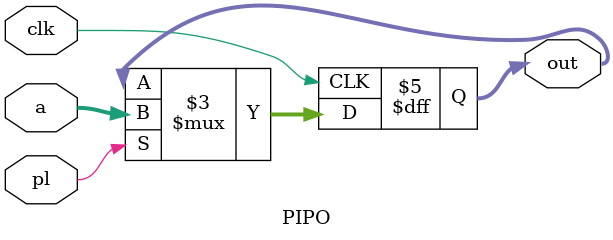
<source format=sv>
module SISO(input a, input clk, output reg out);
  reg [3:0]data = 4'b0;
  always@(posedge clk)
    begin
      data <= {data[2:0], a};
      out <= data[3];
    end
endmodule

module SIPO(input a, input clk, output reg [3:0]out);
  always@(posedge clk)
      out <= {out[2:0], a};
endmodule

module PISO(input[3:0] a, input pl, input clk, output reg out);
  reg[3:0] data;
  always@(posedge clk)
    begin
      if(pl)
        data <= a;
      else
        data <= {data[2:0], 1'b0};
      out <= data[3];
    end
endmodule

module PIPO(input[3:0] a, input pl, input clk, output reg [3:0] out);
  always@(posedge clk)
    begin
      if(pl)
        out <= a;
      else
        out <= out;
    end
endmodule
</source>
